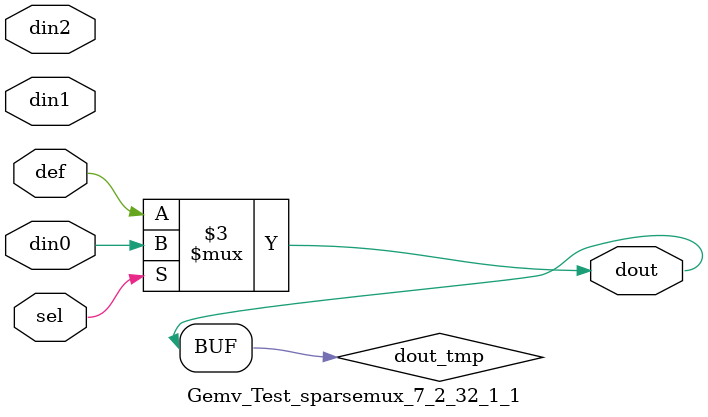
<source format=v>
`timescale 1ns / 1ps

module Gemv_Test_sparsemux_7_2_32_1_1 (din0,din1,din2,def,sel,dout);

parameter din0_WIDTH = 1;

parameter din1_WIDTH = 1;

parameter din2_WIDTH = 1;

parameter def_WIDTH = 1;
parameter sel_WIDTH = 1;
parameter dout_WIDTH = 1;

parameter [sel_WIDTH-1:0] CASE0 = 1;

parameter [sel_WIDTH-1:0] CASE1 = 1;

parameter [sel_WIDTH-1:0] CASE2 = 1;

parameter ID = 1;
parameter NUM_STAGE = 1;



input [din0_WIDTH-1:0] din0;

input [din1_WIDTH-1:0] din1;

input [din2_WIDTH-1:0] din2;

input [def_WIDTH-1:0] def;
input [sel_WIDTH-1:0] sel;

output [dout_WIDTH-1:0] dout;



reg [dout_WIDTH-1:0] dout_tmp;


always @ (*) begin
(* parallel_case *) case (sel)
    
    CASE0 : dout_tmp = din0;
    
    CASE1 : dout_tmp = din1;
    
    CASE2 : dout_tmp = din2;
    
    default : dout_tmp = def;
endcase
end


assign dout = dout_tmp;



endmodule

</source>
